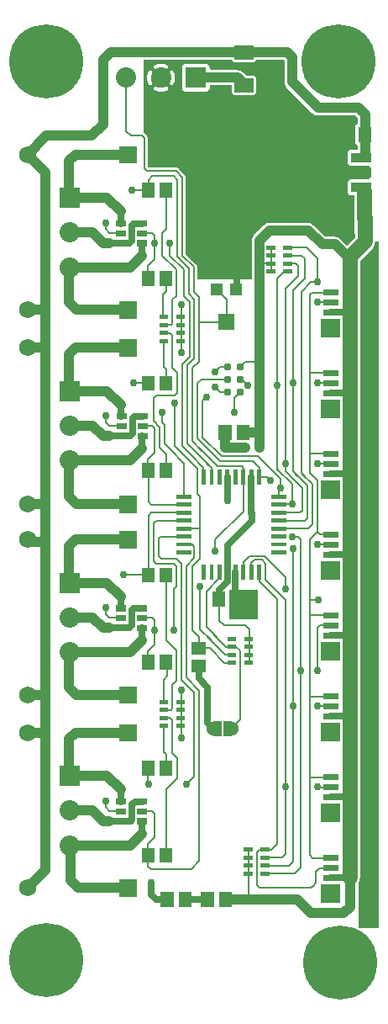
<source format=gbr>
G04 start of page 2 for group 0 idx 0 *
G04 Title: (unknown), top *
G04 Creator: pcb 4.0.2 *
G04 CreationDate: Thu Feb 20 20:43:15 2020 UTC *
G04 For: ndholmes *
G04 Format: Gerber/RS-274X *
G04 PCB-Dimensions (mil): 1500.00 3900.00 *
G04 PCB-Coordinate-Origin: lower left *
%MOIN*%
%FSLAX25Y25*%
%LNTOP*%
%ADD25C,0.0390*%
%ADD24C,0.0380*%
%ADD23C,0.0472*%
%ADD22C,0.1285*%
%ADD21C,0.0150*%
%ADD20C,0.0300*%
%ADD19C,0.0310*%
%ADD18C,0.0680*%
%ADD17C,0.0800*%
%ADD16C,0.2937*%
%ADD15C,0.0600*%
%ADD14C,0.0080*%
%ADD13C,0.0400*%
%ADD12C,0.0250*%
%ADD11C,0.0001*%
G54D11*G36*
X126000Y111000D02*X133500D01*
Y103500D01*
X126000D01*
Y111000D01*
G37*
G36*
Y79000D02*X133500D01*
Y71500D01*
X126000D01*
Y79000D01*
G37*
G36*
Y47000D02*X133500D01*
Y39500D01*
X126000D01*
Y47000D01*
G37*
G36*
Y207000D02*X133500D01*
Y199500D01*
X126000D01*
Y207000D01*
G37*
G36*
Y175000D02*X133500D01*
Y167500D01*
X126000D01*
Y175000D01*
G37*
G36*
Y143000D02*X133500D01*
Y135500D01*
X126000D01*
Y143000D01*
G37*
G36*
Y239000D02*X133500D01*
Y231500D01*
X126000D01*
Y239000D01*
G37*
G36*
X89500Y163500D02*X101000D01*
Y152000D01*
X89500D01*
Y163500D01*
G37*
G36*
X126000Y271000D02*X133500D01*
Y263500D01*
X126000D01*
Y271000D01*
G37*
G36*
X82000Y326000D02*X72400D01*
Y326945D01*
X72404Y327000D01*
X72387Y327220D01*
X72336Y327434D01*
X72251Y327638D01*
X72136Y327825D01*
X72136Y327826D01*
X71993Y327993D01*
X71951Y328029D01*
X69529Y330451D01*
X69493Y330493D01*
X69326Y330636D01*
X69325Y330636D01*
X69138Y330751D01*
X68934Y330836D01*
X68720Y330887D01*
X68500Y330904D01*
X68445Y330900D01*
X67039D01*
Y363700D01*
X67125Y363736D01*
X67226Y363798D01*
X67316Y363874D01*
X67392Y363964D01*
X67451Y364066D01*
X67669Y364535D01*
X67836Y365024D01*
X67956Y365527D01*
X68029Y366039D01*
X68053Y366555D01*
X68029Y367071D01*
X67956Y367583D01*
X67836Y368086D01*
X67669Y368575D01*
X67457Y369047D01*
X67396Y369148D01*
X67319Y369239D01*
X67228Y369316D01*
X67127Y369378D01*
X67039Y369415D01*
Y373500D01*
X82000D01*
Y369500D01*
X81815D01*
X81813Y370790D01*
X81758Y371020D01*
X81668Y371238D01*
X81544Y371439D01*
X81391Y371619D01*
X81211Y371772D01*
X81010Y371896D01*
X80792Y371986D01*
X80562Y372041D01*
X80327Y372055D01*
X72092Y372041D01*
X71862Y371986D01*
X71644Y371896D01*
X71442Y371772D01*
X71263Y371619D01*
X71110Y371439D01*
X70986Y371238D01*
X70896Y371020D01*
X70841Y370790D01*
X70827Y370555D01*
X70841Y362320D01*
X70896Y362090D01*
X70986Y361872D01*
X71110Y361671D01*
X71263Y361491D01*
X71442Y361338D01*
X71644Y361214D01*
X71862Y361124D01*
X72092Y361069D01*
X72327Y361055D01*
X80562Y361069D01*
X80792Y361124D01*
X81010Y361214D01*
X81211Y361338D01*
X81391Y361491D01*
X81544Y361671D01*
X81668Y361872D01*
X81758Y362090D01*
X81813Y362320D01*
X81827Y362555D01*
X81825Y363500D01*
X82000D01*
Y326000D01*
G37*
G36*
X67039Y330900D02*X62549D01*
Y361049D01*
X63063Y361073D01*
X63575Y361146D01*
X64078Y361266D01*
X64567Y361433D01*
X65039Y361645D01*
X65140Y361706D01*
X65231Y361783D01*
X65308Y361873D01*
X65370Y361975D01*
X65416Y362084D01*
X65444Y362200D01*
X65453Y362318D01*
X65444Y362436D01*
X65417Y362552D01*
X65371Y362662D01*
X65309Y362763D01*
X65232Y362853D01*
X65142Y362931D01*
X65041Y362993D01*
X64931Y363039D01*
X64816Y363066D01*
X64698Y363076D01*
X64579Y363067D01*
X64464Y363039D01*
X64355Y362992D01*
X64015Y362834D01*
X63659Y362713D01*
X63294Y362625D01*
X62922Y362573D01*
X62549Y362555D01*
Y370555D01*
X62922Y370537D01*
X63294Y370485D01*
X63659Y370397D01*
X64015Y370276D01*
X64357Y370122D01*
X64465Y370075D01*
X64580Y370048D01*
X64698Y370038D01*
X64815Y370048D01*
X64930Y370076D01*
X65039Y370121D01*
X65140Y370183D01*
X65229Y370260D01*
X65306Y370350D01*
X65367Y370450D01*
X65412Y370559D01*
X65440Y370674D01*
X65449Y370792D01*
X65439Y370910D01*
X65412Y371024D01*
X65366Y371133D01*
X65304Y371234D01*
X65228Y371324D01*
X65138Y371400D01*
X65036Y371460D01*
X64567Y371677D01*
X64078Y371844D01*
X63575Y371964D01*
X63063Y372037D01*
X62549Y372061D01*
Y373500D01*
X67039D01*
Y369415D01*
X67018Y369424D01*
X66902Y369452D01*
X66784Y369461D01*
X66666Y369452D01*
X66550Y369425D01*
X66440Y369379D01*
X66339Y369317D01*
X66248Y369241D01*
X66171Y369150D01*
X66109Y369049D01*
X66063Y368940D01*
X66035Y368824D01*
X66026Y368706D01*
X66035Y368587D01*
X66063Y368472D01*
X66110Y368363D01*
X66268Y368023D01*
X66389Y367667D01*
X66477Y367302D01*
X66529Y366930D01*
X66547Y366555D01*
X66529Y366180D01*
X66477Y365808D01*
X66389Y365443D01*
X66268Y365087D01*
X66114Y364745D01*
X66067Y364637D01*
X66039Y364522D01*
X66030Y364404D01*
X66040Y364287D01*
X66068Y364172D01*
X66113Y364063D01*
X66175Y363962D01*
X66252Y363873D01*
X66341Y363796D01*
X66442Y363735D01*
X66551Y363690D01*
X66666Y363662D01*
X66784Y363653D01*
X66902Y363663D01*
X67016Y363690D01*
X67039Y363700D01*
Y330900D01*
G37*
G36*
X62549D02*X58054D01*
Y363695D01*
X58076Y363686D01*
X58192Y363658D01*
X58310Y363649D01*
X58428Y363658D01*
X58544Y363685D01*
X58654Y363731D01*
X58755Y363793D01*
X58845Y363869D01*
X58923Y363960D01*
X58985Y364061D01*
X59030Y364170D01*
X59058Y364286D01*
X59068Y364404D01*
X59059Y364523D01*
X59031Y364638D01*
X58984Y364747D01*
X58826Y365087D01*
X58705Y365443D01*
X58617Y365808D01*
X58565Y366180D01*
X58547Y366555D01*
X58565Y366930D01*
X58617Y367302D01*
X58705Y367667D01*
X58826Y368023D01*
X58980Y368365D01*
X59027Y368473D01*
X59054Y368588D01*
X59063Y368706D01*
X59054Y368823D01*
X59026Y368938D01*
X58981Y369047D01*
X58919Y369148D01*
X58842Y369237D01*
X58752Y369314D01*
X58652Y369375D01*
X58542Y369420D01*
X58428Y369448D01*
X58310Y369457D01*
X58192Y369447D01*
X58077Y369420D01*
X58054Y369410D01*
Y373500D01*
X62549D01*
Y372061D01*
X62547Y372061D01*
X62031Y372037D01*
X61519Y371964D01*
X61016Y371844D01*
X60527Y371677D01*
X60055Y371465D01*
X59954Y371404D01*
X59863Y371327D01*
X59786Y371237D01*
X59724Y371135D01*
X59678Y371026D01*
X59650Y370910D01*
X59641Y370792D01*
X59650Y370674D01*
X59677Y370558D01*
X59723Y370448D01*
X59784Y370347D01*
X59861Y370257D01*
X59952Y370179D01*
X60053Y370117D01*
X60162Y370071D01*
X60278Y370044D01*
X60396Y370034D01*
X60514Y370043D01*
X60630Y370071D01*
X60739Y370118D01*
X61079Y370276D01*
X61435Y370397D01*
X61800Y370485D01*
X62172Y370537D01*
X62547Y370555D01*
X62549Y370555D01*
Y362555D01*
X62547Y362555D01*
X62172Y362573D01*
X61800Y362625D01*
X61435Y362713D01*
X61079Y362834D01*
X60737Y362988D01*
X60629Y363035D01*
X60514Y363062D01*
X60396Y363072D01*
X60278Y363062D01*
X60164Y363034D01*
X60055Y362989D01*
X59954Y362927D01*
X59865Y362850D01*
X59788Y362760D01*
X59726Y362660D01*
X59681Y362551D01*
X59654Y362436D01*
X59645Y362318D01*
X59654Y362200D01*
X59682Y362086D01*
X59728Y361977D01*
X59789Y361876D01*
X59866Y361786D01*
X59956Y361710D01*
X60058Y361650D01*
X60527Y361433D01*
X61016Y361266D01*
X61519Y361146D01*
X62031Y361073D01*
X62547Y361049D01*
X62549Y361049D01*
Y330900D01*
G37*
G36*
X58054D02*X57580D01*
X57400Y331080D01*
Y342445D01*
X57404Y342500D01*
X57387Y342720D01*
X57336Y342934D01*
X57251Y343138D01*
X57136Y343325D01*
X57136Y343326D01*
X56993Y343493D01*
X56951Y343529D01*
X56029Y344451D01*
X55993Y344493D01*
X55826Y344636D01*
X55825Y344636D01*
X55638Y344751D01*
X55500Y344808D01*
Y373500D01*
X58054D01*
Y369410D01*
X57968Y369374D01*
X57868Y369312D01*
X57778Y369236D01*
X57702Y369146D01*
X57642Y369044D01*
X57425Y368575D01*
X57258Y368086D01*
X57138Y367583D01*
X57065Y367071D01*
X57041Y366555D01*
X57065Y366039D01*
X57138Y365527D01*
X57258Y365024D01*
X57425Y364535D01*
X57637Y364063D01*
X57698Y363962D01*
X57775Y363871D01*
X57865Y363794D01*
X57966Y363732D01*
X58054Y363695D01*
Y330900D01*
G37*
G36*
X147512Y301500D02*X149000D01*
Y29500D01*
X141487D01*
X141000Y29798D01*
Y47556D01*
X141075Y47678D01*
X141316Y48260D01*
X141463Y48872D01*
X141500Y49500D01*
Y293843D01*
X146328Y298672D01*
X146746Y299142D01*
X147075Y299678D01*
X147316Y300260D01*
X147463Y300872D01*
X147512Y301500D01*
G37*
G36*
X85538Y373500D02*X90782D01*
X90796Y373440D01*
X90856Y373295D01*
X90938Y373160D01*
X91041Y373041D01*
X91160Y372938D01*
X91295Y372856D01*
X91440Y372796D01*
X91593Y372759D01*
X91750Y372750D01*
X99407Y372759D01*
X99560Y372796D01*
X99705Y372856D01*
X99840Y372938D01*
X99959Y373041D01*
X100062Y373160D01*
X100144Y373295D01*
X100204Y373440D01*
X100218Y373500D01*
X111257D01*
X111500Y373257D01*
Y365118D01*
X111491Y365000D01*
X111528Y364529D01*
Y364529D01*
X111549Y364440D01*
X111638Y364070D01*
X111819Y363634D01*
X112065Y363231D01*
X112065Y363231D01*
X112372Y362872D01*
X112462Y362796D01*
X122796Y352462D01*
X122872Y352372D01*
X123231Y352065D01*
X123231Y352065D01*
X123634Y351819D01*
X124070Y351638D01*
X124440Y351549D01*
X124529Y351528D01*
X124529D01*
X125000Y351491D01*
X125118Y351500D01*
X139757D01*
X140500Y350757D01*
Y348267D01*
X140346Y348203D01*
X140159Y348088D01*
X139991Y347945D01*
X139848Y347777D01*
X139733Y347590D01*
X139648Y347386D01*
X139597Y347172D01*
X139584Y346952D01*
X139597Y340828D01*
X139648Y340614D01*
X139733Y340410D01*
X139848Y340223D01*
X139991Y340055D01*
X140159Y339912D01*
X140346Y339797D01*
X140543Y339715D01*
Y338088D01*
X137796Y338084D01*
X137597Y338036D01*
X137408Y337958D01*
X137234Y337851D01*
X137078Y337718D01*
X136945Y337562D01*
X136838Y337388D01*
X136760Y337199D01*
X136712Y337000D01*
X136700Y336796D01*
X136712Y332812D01*
X136760Y332613D01*
X136838Y332424D01*
X136945Y332250D01*
X137078Y332094D01*
X137234Y331961D01*
X137408Y331854D01*
X137597Y331776D01*
X137796Y331728D01*
X138000Y331716D01*
X145256Y331727D01*
Y326283D01*
X137796Y326272D01*
X137597Y326224D01*
X137408Y326146D01*
X137234Y326039D01*
X137078Y325906D01*
X136945Y325750D01*
X136838Y325576D01*
X136760Y325387D01*
X136712Y325188D01*
X136700Y324984D01*
X136712Y321000D01*
X136760Y320801D01*
X136838Y320612D01*
X136945Y320438D01*
X137078Y320282D01*
X137234Y320149D01*
X137408Y320042D01*
X137597Y319964D01*
X137796Y319916D01*
X138000Y319904D01*
X139405Y319906D01*
Y316238D01*
X139360Y316049D01*
X139346Y315814D01*
X139360Y304951D01*
X139415Y304721D01*
X139500Y304516D01*
Y303157D01*
X136293Y299950D01*
X133704Y302538D01*
X133628Y302628D01*
X133269Y302935D01*
X132866Y303181D01*
X132430Y303362D01*
X131971Y303472D01*
X131500Y303509D01*
X131382Y303500D01*
X127743D01*
X123204Y308038D01*
X123128Y308128D01*
X122769Y308435D01*
X122366Y308681D01*
X121930Y308862D01*
X121471Y308972D01*
X121000Y309009D01*
X120882Y309000D01*
X105618D01*
X105500Y309009D01*
X105029Y308972D01*
X104570Y308862D01*
X104134Y308681D01*
X103731Y308435D01*
X103731Y308434D01*
X103372Y308128D01*
X103296Y308038D01*
X99462Y304204D01*
X99372Y304128D01*
X99065Y303769D01*
X98819Y303366D01*
X98638Y302930D01*
X98528Y302471D01*
X98528Y302471D01*
X98491Y302000D01*
X98500Y301882D01*
Y286524D01*
X85538D01*
Y363500D01*
X90755D01*
X90759Y360593D01*
X90796Y360440D01*
X90856Y360295D01*
X90938Y360160D01*
X91041Y360041D01*
X91160Y359938D01*
X91295Y359856D01*
X91440Y359796D01*
X91593Y359759D01*
X91750Y359750D01*
X99407Y359759D01*
X99560Y359796D01*
X99705Y359856D01*
X99840Y359938D01*
X99959Y360041D01*
X100062Y360160D01*
X100144Y360295D01*
X100204Y360440D01*
X100241Y360593D01*
X100250Y360750D01*
X100241Y366407D01*
X100204Y366560D01*
X100144Y366705D01*
X100062Y366840D01*
X99959Y366959D01*
X99840Y367062D01*
X99705Y367144D01*
X99560Y367204D01*
X99407Y367241D01*
X99250Y367250D01*
X96496Y367247D01*
X95204Y368538D01*
X95128Y368628D01*
X94769Y368935D01*
X94366Y369181D01*
X93930Y369362D01*
X93471Y369472D01*
X93000Y369509D01*
X92882Y369500D01*
X85538D01*
Y373500D01*
G37*
G36*
X69326Y330636D02*X69325Y330636D01*
X69138Y330751D01*
X68934Y330836D01*
X68720Y330887D01*
X68500Y330904D01*
X68445Y330900D01*
X67039D01*
Y363700D01*
X67125Y363736D01*
X67226Y363798D01*
X67316Y363874D01*
X67392Y363964D01*
X67451Y364066D01*
X67669Y364535D01*
X67836Y365024D01*
X67956Y365527D01*
X68029Y366039D01*
X68053Y366555D01*
X68029Y367071D01*
X67956Y367583D01*
X67836Y368086D01*
X67669Y368575D01*
X67457Y369047D01*
X67396Y369148D01*
X67319Y369239D01*
X67228Y369316D01*
X67127Y369378D01*
X67039Y369415D01*
Y373500D01*
X85538D01*
Y369500D01*
X81815D01*
X81813Y370790D01*
X81758Y371020D01*
X81668Y371238D01*
X81544Y371439D01*
X81391Y371619D01*
X81211Y371772D01*
X81010Y371896D01*
X80792Y371986D01*
X80562Y372041D01*
X80327Y372055D01*
X72092Y372041D01*
X71862Y371986D01*
X71644Y371896D01*
X71442Y371772D01*
X71263Y371619D01*
X71110Y371439D01*
X70986Y371238D01*
X70896Y371020D01*
X70841Y370790D01*
X70827Y370555D01*
X70841Y362320D01*
X70896Y362090D01*
X70986Y361872D01*
X71110Y361671D01*
X71263Y361491D01*
X71442Y361338D01*
X71644Y361214D01*
X71862Y361124D01*
X72092Y361069D01*
X72327Y361055D01*
X80562Y361069D01*
X80792Y361124D01*
X81010Y361214D01*
X81211Y361338D01*
X81391Y361491D01*
X81544Y361671D01*
X81668Y361872D01*
X81758Y362090D01*
X81813Y362320D01*
X81827Y362555D01*
X81825Y363500D01*
X85538D01*
Y286524D01*
X76900D01*
Y291445D01*
X76904Y291500D01*
X76887Y291720D01*
X76836Y291934D01*
X76751Y292138D01*
X76636Y292325D01*
X76636Y292326D01*
X76493Y292493D01*
X76451Y292529D01*
X72400Y296580D01*
Y326945D01*
X72404Y327000D01*
X72387Y327220D01*
X72336Y327434D01*
X72251Y327638D01*
X72136Y327825D01*
X72136Y327826D01*
X71993Y327993D01*
X71951Y328029D01*
X69529Y330451D01*
X69493Y330493D01*
X69326Y330636D01*
G37*
G36*
X67039Y330900D02*X62549D01*
Y361049D01*
X63063Y361073D01*
X63575Y361146D01*
X64078Y361266D01*
X64567Y361433D01*
X65039Y361645D01*
X65140Y361706D01*
X65231Y361783D01*
X65308Y361873D01*
X65370Y361975D01*
X65416Y362084D01*
X65444Y362200D01*
X65453Y362318D01*
X65444Y362436D01*
X65417Y362552D01*
X65371Y362662D01*
X65309Y362763D01*
X65232Y362853D01*
X65142Y362931D01*
X65041Y362993D01*
X64931Y363039D01*
X64816Y363066D01*
X64698Y363076D01*
X64579Y363067D01*
X64464Y363039D01*
X64355Y362992D01*
X64015Y362834D01*
X63659Y362713D01*
X63294Y362625D01*
X62922Y362573D01*
X62549Y362555D01*
Y370555D01*
X62922Y370537D01*
X63294Y370485D01*
X63659Y370397D01*
X64015Y370276D01*
X64357Y370122D01*
X64465Y370075D01*
X64580Y370048D01*
X64698Y370038D01*
X64815Y370048D01*
X64930Y370076D01*
X65039Y370121D01*
X65140Y370183D01*
X65229Y370260D01*
X65306Y370350D01*
X65367Y370450D01*
X65412Y370559D01*
X65440Y370674D01*
X65449Y370792D01*
X65439Y370910D01*
X65412Y371024D01*
X65366Y371133D01*
X65304Y371234D01*
X65228Y371324D01*
X65138Y371400D01*
X65036Y371460D01*
X64567Y371677D01*
X64078Y371844D01*
X63575Y371964D01*
X63063Y372037D01*
X62549Y372061D01*
Y373500D01*
X67039D01*
Y369415D01*
X67018Y369424D01*
X66902Y369452D01*
X66784Y369461D01*
X66666Y369452D01*
X66550Y369425D01*
X66440Y369379D01*
X66339Y369317D01*
X66248Y369241D01*
X66171Y369150D01*
X66109Y369049D01*
X66063Y368940D01*
X66035Y368824D01*
X66026Y368706D01*
X66035Y368587D01*
X66063Y368472D01*
X66110Y368363D01*
X66268Y368023D01*
X66389Y367667D01*
X66477Y367302D01*
X66529Y366930D01*
X66547Y366555D01*
X66529Y366180D01*
X66477Y365808D01*
X66389Y365443D01*
X66268Y365087D01*
X66114Y364745D01*
X66067Y364637D01*
X66039Y364522D01*
X66030Y364404D01*
X66040Y364287D01*
X66068Y364172D01*
X66113Y364063D01*
X66175Y363962D01*
X66252Y363873D01*
X66341Y363796D01*
X66442Y363735D01*
X66551Y363690D01*
X66666Y363662D01*
X66784Y363653D01*
X66902Y363663D01*
X67016Y363690D01*
X67039Y363700D01*
Y330900D01*
G37*
G36*
X62549D02*X58054D01*
Y363695D01*
X58076Y363686D01*
X58192Y363658D01*
X58310Y363649D01*
X58428Y363658D01*
X58544Y363685D01*
X58654Y363731D01*
X58755Y363793D01*
X58845Y363869D01*
X58923Y363960D01*
X58985Y364061D01*
X59030Y364170D01*
X59058Y364286D01*
X59068Y364404D01*
X59059Y364523D01*
X59031Y364638D01*
X58984Y364747D01*
X58826Y365087D01*
X58705Y365443D01*
X58617Y365808D01*
X58565Y366180D01*
X58547Y366555D01*
X58565Y366930D01*
X58617Y367302D01*
X58705Y367667D01*
X58826Y368023D01*
X58980Y368365D01*
X59027Y368473D01*
X59054Y368588D01*
X59063Y368706D01*
X59054Y368823D01*
X59026Y368938D01*
X58981Y369047D01*
X58919Y369148D01*
X58842Y369237D01*
X58752Y369314D01*
X58652Y369375D01*
X58542Y369420D01*
X58428Y369448D01*
X58310Y369457D01*
X58192Y369447D01*
X58077Y369420D01*
X58054Y369410D01*
Y373500D01*
X62549D01*
Y372061D01*
X62547Y372061D01*
X62031Y372037D01*
X61519Y371964D01*
X61016Y371844D01*
X60527Y371677D01*
X60055Y371465D01*
X59954Y371404D01*
X59863Y371327D01*
X59786Y371237D01*
X59724Y371135D01*
X59678Y371026D01*
X59650Y370910D01*
X59641Y370792D01*
X59650Y370674D01*
X59677Y370558D01*
X59723Y370448D01*
X59784Y370347D01*
X59861Y370257D01*
X59952Y370179D01*
X60053Y370117D01*
X60162Y370071D01*
X60278Y370044D01*
X60396Y370034D01*
X60514Y370043D01*
X60630Y370071D01*
X60739Y370118D01*
X61079Y370276D01*
X61435Y370397D01*
X61800Y370485D01*
X62172Y370537D01*
X62547Y370555D01*
X62549Y370555D01*
Y362555D01*
X62547Y362555D01*
X62172Y362573D01*
X61800Y362625D01*
X61435Y362713D01*
X61079Y362834D01*
X60737Y362988D01*
X60629Y363035D01*
X60514Y363062D01*
X60396Y363072D01*
X60278Y363062D01*
X60164Y363034D01*
X60055Y362989D01*
X59954Y362927D01*
X59865Y362850D01*
X59788Y362760D01*
X59726Y362660D01*
X59681Y362551D01*
X59654Y362436D01*
X59645Y362318D01*
X59654Y362200D01*
X59682Y362086D01*
X59728Y361977D01*
X59789Y361876D01*
X59866Y361786D01*
X59956Y361710D01*
X60058Y361650D01*
X60527Y361433D01*
X61016Y361266D01*
X61519Y361146D01*
X62031Y361073D01*
X62547Y361049D01*
X62549Y361049D01*
Y330900D01*
G37*
G36*
X58054D02*X57580D01*
X57400Y331080D01*
Y342445D01*
X57404Y342500D01*
X57387Y342720D01*
X57336Y342934D01*
X57251Y343138D01*
X57136Y343325D01*
X57136Y343326D01*
X56993Y343493D01*
X56951Y343529D01*
X56029Y344451D01*
X55993Y344493D01*
X55826Y344636D01*
X55825Y344636D01*
X55638Y344751D01*
X55500Y344808D01*
Y373500D01*
X58054D01*
Y369410D01*
X57968Y369374D01*
X57868Y369312D01*
X57778Y369236D01*
X57702Y369146D01*
X57642Y369044D01*
X57425Y368575D01*
X57258Y368086D01*
X57138Y367583D01*
X57065Y367071D01*
X57041Y366555D01*
X57065Y366039D01*
X57138Y365527D01*
X57258Y365024D01*
X57425Y364535D01*
X57637Y364063D01*
X57698Y363962D01*
X57775Y363871D01*
X57865Y363794D01*
X57966Y363732D01*
X58054Y363695D01*
Y330900D01*
G37*
G54D12*X46500Y301000D02*X50000D01*
X51000Y302000D01*
X55000Y308800D02*X51800D01*
X51000Y308000D01*
Y302000D01*
X50750Y301750D01*
G54D13*X26173Y305165D02*X35335D01*
X39500Y301000D01*
X38500Y302000D01*
G54D12*X47000Y301000D02*X39500D01*
G54D13*X42000D02*X39500D01*
X49500Y336000D02*X28500D01*
X26000Y333500D01*
Y319000D01*
X25945Y318945D01*
X26173D02*X41055D01*
X46500Y313500D01*
G54D12*X46800Y313200D02*X46500Y313500D01*
G54D13*X9500Y336000D02*X16500Y329000D01*
X35000Y343500D02*X17000D01*
X9500Y336000D01*
G54D14*X56000Y342500D02*Y330500D01*
X57000Y329500D01*
G54D13*X82000Y376500D02*X42500D01*
X39500Y373500D01*
Y348000D01*
X35000Y343500D01*
G54D14*X48768Y366555D02*Y345232D01*
X50500Y343500D01*
X55000D01*
X56000Y342500D01*
G54D13*X112500Y376500D02*X73000D01*
X76500Y366500D02*X93000D01*
X96000Y363500D01*
X76382Y366500D02*X76327Y366555D01*
X76441Y366441D02*X76559D01*
G54D14*X68500Y329500D02*X71000Y327000D01*
G54D13*X50386Y291386D02*X55000Y296000D01*
G54D12*Y301000D02*Y296000D01*
G54D14*X57457Y287893D02*Y291957D01*
X60000Y294500D01*
Y304000D01*
X59000Y305000D01*
X55200D01*
X64500Y282000D02*Y286957D01*
X64543Y287000D01*
X63000Y296000D02*Y299500D01*
X63152Y271724D02*Y280652D01*
X67000Y278500D02*Y269000D01*
X66500Y268500D01*
X63727D01*
X63152Y280652D02*X64500Y282000D01*
X68500Y280000D02*X67000Y278500D01*
X71500Y282500D02*Y280000D01*
X68500Y290500D02*X63000Y296000D01*
X69000Y295500D02*X73500Y291000D01*
X71000Y296000D02*X75500Y291500D01*
X71500Y287500D02*Y281500D01*
X66000Y301000D02*Y296000D01*
X71500Y290500D01*
X73500Y291000D02*Y281000D01*
X75500Y291500D02*Y281500D01*
G54D13*X101500Y282500D02*Y302000D01*
G54D14*X106152Y289776D02*Y299224D01*
Y293000D02*X101500D01*
X111276Y289776D02*X108500Y287000D01*
Y284500D01*
X112848Y289776D02*X111276D01*
G54D13*X101500Y302000D02*X105500Y306000D01*
X111000D01*
G54D14*X101848Y300348D02*X101500Y300000D01*
X57000Y329500D02*X68500D01*
X59000Y327500D02*X67500D01*
X69000Y326000D01*
X64500Y322000D02*Y313500D01*
X69000Y326000D02*Y295500D01*
X63000Y305000D02*Y297500D01*
X64500Y316500D02*Y306500D01*
X63000Y305000D01*
X71000Y327000D02*Y296000D01*
X71500Y280000D02*X74000Y277500D01*
X73500Y281000D02*X75750Y278750D01*
X75500Y281500D02*X77500Y279500D01*
X88500Y269750D02*Y278650D01*
X84600Y282550D01*
X88500Y269500D02*X77500D01*
X77500D01*
G54D12*X46500Y148500D02*X50000D01*
X47000D02*X39500D01*
G54D13*X26173Y152665D02*X35335D01*
X39500Y148500D01*
X42000D02*X39500D01*
G54D14*X40500Y156500D02*Y154000D01*
X42000Y152500D01*
X47000D01*
G54D13*X50386Y138886D02*X55000Y143500D01*
G54D14*X47500Y169500D02*X57414D01*
G54D12*X55000Y148500D02*Y143500D01*
G54D13*X49000Y122000D02*X29000D01*
X26000Y125000D01*
Y138886D01*
X26173D02*X50386D01*
G54D14*X64500Y169500D02*Y143500D01*
X67500Y147500D02*Y164000D01*
X70500Y174000D02*Y146500D01*
Y147500D02*Y128000D01*
X72500Y129000D02*Y171500D01*
X64500Y143500D02*X68500Y139500D01*
X67500Y164000D02*X68500Y165000D01*
Y173000D01*
X67500Y174000D01*
X60500D01*
X59500Y175000D01*
X61500Y177000D02*X62500Y176000D01*
X68500D01*
X70500Y174000D01*
G54D12*X88925Y171925D02*Y167425D01*
Y170000D02*Y166925D01*
X86000Y164000D01*
X85543Y163543D02*X86750Y164750D01*
X85543Y159957D02*Y163543D01*
G54D14*Y159500D02*Y151457D01*
X87500Y149500D01*
X78000Y165000D02*Y149000D01*
X80500Y151000D02*Y149000D01*
X77543Y144957D02*X75000Y147500D01*
Y151500D01*
X78000Y149500D02*Y148000D01*
X80500Y149000D02*X84500Y145000D01*
X77543Y140500D02*Y144957D01*
X78000Y148000D02*X82500Y143500D01*
X81250Y144750D01*
X82000Y140500D02*X77586D01*
X77543Y140543D01*
X88425Y141075D02*X83750Y145750D01*
X88075Y137925D02*X81000Y145000D01*
X87724Y134776D02*X82000Y140500D01*
G54D12*X50000Y148500D02*X51000Y149500D01*
X55000Y156300D02*X51800D01*
X51000Y155500D01*
G54D13*X41055Y166445D02*X46500Y161000D01*
G54D12*X46800Y156300D02*Y160700D01*
X51000Y155500D02*Y149500D01*
G54D14*X57457Y135393D02*Y139457D01*
X60000Y142000D01*
Y151500D01*
X59000Y152500D01*
X55200D01*
G54D13*X49000Y197500D02*X29000D01*
X26000Y200500D01*
Y214386D01*
X26173Y214886D02*X50386D01*
G54D14*X57457Y211393D02*Y215457D01*
X58626Y197374D02*X57500Y198500D01*
Y211957D01*
X57457Y212000D01*
X58724Y194224D02*X57500Y193000D01*
G54D13*X16500Y329000D02*Y52500D01*
X9500Y45500D01*
X16500Y122000D02*X9500D01*
Y107000D02*X16500D01*
X9500Y197500D02*X16500D01*
X9500Y182500D02*X16500D01*
G54D14*X57457Y62957D02*X60000Y65500D01*
Y75000D01*
X59000Y76000D01*
X55200D01*
X57500Y322000D02*Y326000D01*
X59000Y327500D01*
G54D13*X49500Y183500D02*X28500D01*
X26000Y181000D01*
Y166500D01*
X26173Y166445D02*X41055D01*
G54D14*X57500Y193000D02*Y169586D01*
X57414Y169500D01*
X59500Y175000D02*Y190000D01*
X121500Y171500D02*Y65000D01*
Y58500D02*Y69500D01*
X108500Y151500D02*Y69500D01*
X112000Y152500D02*Y68000D01*
X115000Y152000D02*Y65500D01*
X118000Y173500D02*Y64500D01*
X124500Y148500D02*Y131500D01*
X87500Y149500D02*X96000D01*
X94000Y139500D02*Y112200D01*
X90300Y108500D01*
X96000Y149500D02*X97500Y148000D01*
Y134928D01*
X97348Y134776D01*
X92425Y141075D02*X94000Y139500D01*
X90425Y141000D02*X90500Y141075D01*
X92425D02*X88425D01*
X90652Y137925D02*X88075D01*
X90652Y134776D02*X87724D01*
G54D15*X137500Y289500D02*Y49500D01*
G54D14*X124500Y277500D02*X129969D01*
X117000Y292000D02*Y288000D01*
X115500Y286500D01*
X118224Y281724D02*X122000Y285500D01*
X124500D01*
X129969Y149500D02*X125500D01*
X124500Y148500D01*
X125000Y159500D02*X121500D01*
X114500Y184500D02*X117000D01*
X118000Y183500D01*
X118224Y209851D02*Y281724D01*
X108500Y211500D02*X110000Y210000D01*
X108500Y211500D02*Y286000D01*
X112000Y210500D02*X113250Y209250D01*
X112000Y210500D02*Y283000D01*
X114925Y215425D02*Y282425D01*
X112000Y283000D02*X116000Y287000D01*
X114925Y282425D02*X119500Y287000D01*
X112848Y299224D02*X120276D01*
X112848Y292925D02*X116075D01*
X117000Y292000D01*
X112848Y296075D02*X118425D01*
X119500Y295000D01*
X120276Y299224D02*X124500Y295000D01*
Y285500D01*
X119500Y287000D02*Y295000D01*
X61500Y184000D02*Y177000D01*
G54D12*X88925Y170721D02*Y181425D01*
X98500Y191000D01*
X92075Y170721D02*Y160075D01*
G54D14*X71000Y253000D02*Y220500D01*
X74000Y277500D02*Y256000D01*
X71000Y253000D01*
X73000Y252500D02*Y221500D01*
X75000Y251500D02*Y222500D01*
X75750Y278750D02*Y255250D01*
X73000Y252500D01*
X77500Y254000D02*X75000Y251500D01*
X77500Y279500D02*Y254000D01*
X77000Y223500D02*Y245500D01*
X78500Y247000D01*
X82500Y212000D02*X73000Y221500D01*
X75000Y222500D02*X78750Y218750D01*
X77000Y223500D02*X80250Y220250D01*
X86500Y216500D02*X79000Y224000D01*
X68000Y220500D02*X77000Y211500D01*
X63000Y230000D02*X64000Y229000D01*
Y221500D01*
X67500Y218000D01*
X68000Y237500D02*Y220500D01*
X71000D02*X75000Y216500D01*
X77000Y211500D02*Y201500D01*
X78000Y200500D01*
X71721Y208500D02*Y213779D01*
X66000Y219500D01*
X79000Y224000D02*Y238500D01*
X80500Y240000D01*
G54D12*X98374Y208279D02*Y194126D01*
X98500Y194000D01*
Y191000D02*Y194000D01*
G54D14*X89500Y216500D02*X86500D01*
G54D13*X94543Y226000D02*X101000D01*
X87957D02*Y220043D01*
X88000Y220000D02*X96000D01*
G54D14*X91500Y239500D02*X94000Y242000D01*
X91500Y234000D02*Y239500D01*
X89000Y242000D02*X86000D01*
X84000Y244000D01*
X89000Y252000D02*X86000D01*
X84000Y250000D01*
X94000Y252000D02*X96000Y254000D01*
X101500D01*
X94000Y247000D02*X94500D01*
X97000Y244500D01*
X78500Y247000D02*X89000D01*
G54D13*X26173Y228665D02*X35335D01*
X9500Y259500D02*X16500D01*
X35335Y228665D02*X39500Y224500D01*
G54D12*X47000D02*X39500D01*
G54D13*X42000D02*X39500D01*
X49500Y259500D02*X28500D01*
X26000Y257000D01*
Y242500D01*
X26173Y242445D02*X41055D01*
X46500Y237000D01*
G54D12*X46800Y232300D02*Y236700D01*
G54D13*X49000Y274500D02*X29000D01*
X26000Y277500D01*
Y291386D01*
X26173D02*X50386D01*
X9500Y274500D02*X16500D01*
G54D12*X46700Y224600D02*X50200D01*
X51200Y225600D01*
Y231600D02*Y225600D01*
G54D14*X59000Y228500D02*X55200D01*
X51500Y245500D02*X57457D01*
G54D13*X50386Y214886D02*X55000Y219500D01*
G54D12*Y224500D02*Y219500D01*
G54D14*X51000Y322000D02*X57414D01*
X57457Y215457D02*X60000Y218000D01*
Y227500D01*
X59000Y228500D01*
G54D12*X55200Y232400D02*X52000D01*
X51200Y231600D01*
G54D14*X40500Y232500D02*Y231500D01*
Y232500D02*Y230000D01*
X42000Y228500D01*
X47000D01*
X40500Y309000D02*Y306500D01*
X42000Y305000D01*
X47000D01*
G54D12*X46800Y308800D02*Y313200D01*
X136469Y209531D02*X136500Y209500D01*
X130000Y241531D02*X136469D01*
X130000Y273531D02*X136469D01*
X136500Y273500D01*
G54D14*X129969Y277500D02*X130000Y277469D01*
X129969Y245500D02*X130000Y245469D01*
X129906Y249500D02*X130000Y249406D01*
G54D12*X136469Y241531D02*X136500Y241500D01*
G54D14*X124500Y245500D02*X129969D01*
X121500Y249500D02*X129906D01*
X121500Y217500D02*X129906D01*
X130000Y217406D01*
X121500Y217500D02*Y210000D01*
Y280500D02*Y216500D01*
G54D13*X143543Y344000D02*Y335043D01*
X143500Y335000D01*
Y343000D02*Y352000D01*
X141000Y354500D01*
X125000D01*
X114500Y365000D01*
Y374500D01*
X112500Y376500D01*
G54D14*X129906Y281500D02*X130000Y281406D01*
X122406D01*
X121500Y280500D01*
G54D13*X143500Y310405D02*X143405Y310500D01*
G54D15*Y321626D01*
X137500Y288000D02*Y295500D01*
X143500Y301500D01*
Y302000D02*Y310905D01*
G54D13*X108000Y306000D02*X121000D01*
X126500Y300500D01*
X131500D01*
X137500Y294500D01*
G54D12*X130000Y145531D02*X136469D01*
X136500Y145500D01*
X130000Y177531D02*X136469D01*
X136500Y177500D01*
G54D14*X129906Y153500D02*X130000Y153406D01*
X129969Y149500D02*X130000Y149469D01*
X129969Y181500D02*X130000Y181469D01*
X121500Y153500D02*X129906D01*
X115000Y180000D02*Y151500D01*
X108500Y160000D02*Y149500D01*
X112000Y159500D02*Y151500D01*
Y164000D02*Y168500D01*
G54D12*X130000Y209531D02*X136469D01*
G54D14*X124500Y213500D02*X129969D01*
X130000Y213469D01*
X118224Y209851D02*X119575Y208500D01*
X121500Y210000D02*X124500Y207000D01*
X122500Y205000D02*Y205575D01*
X118787Y209287D01*
X115000Y210500D02*X120500Y205000D01*
X111925Y210575D02*X118500Y204000D01*
X116000Y206500D01*
X114925Y216075D02*Y210575D01*
X116750Y208750D01*
X124500Y181500D02*X129969D01*
X125500Y185500D02*X129906D01*
X130000Y185406D01*
X124500Y186500D02*X121500Y183500D01*
Y170500D01*
X124500Y186500D02*X125500Y185500D01*
X118000Y183500D02*Y171000D01*
X101524Y170721D02*Y166976D01*
X108500Y160000D01*
X98374Y170721D02*Y174374D01*
X104000Y174000D02*Y167500D01*
X112000Y168500D02*X106500Y174000D01*
X98374Y174374D02*X99500Y175500D01*
X102500D02*X104000Y174000D01*
Y167500D02*X112000Y159500D01*
X97500Y177000D02*X103500D01*
X107000Y173500D01*
X114374Y197374D02*X114500Y197500D01*
X109405D01*
X114500Y201500D02*Y197500D01*
X124500Y207000D02*Y199000D01*
X122500Y189500D02*Y205575D01*
X120500Y205000D02*Y192000D01*
X118500Y195000D02*Y204000D01*
X109279Y187925D02*X120925D01*
X122500Y189500D01*
X120500Y192000D02*X119500Y191000D01*
X109354D01*
X109279Y194225D02*X117725D01*
X118500Y195000D01*
X124500Y199500D02*Y186500D01*
X109405Y197500D02*X109279Y197374D01*
X114500Y205500D02*Y200500D01*
X109279Y200524D02*Y203279D01*
X110000Y204000D01*
X108776Y211224D02*X114500Y205500D01*
X110000Y204000D02*Y207500D01*
X106500Y211000D01*
X101523Y208279D02*X104721D01*
X106000Y207000D01*
X105500Y212000D02*X107250Y210250D01*
X101523Y208279D02*Y211977D01*
X101000Y216500D02*X107000Y210500D01*
X101500Y208302D02*X101523Y208279D01*
X95224D02*Y211776D01*
X94500Y212500D01*
X101523Y211977D02*X99000Y214500D01*
X96000D01*
X63652Y265425D02*X66075D01*
X84550Y282500D02*X84600Y282550D01*
X70500Y276500D02*Y257500D01*
X71500Y290500D02*Y287000D01*
X68500Y280000D02*Y290500D01*
G54D13*X101500Y293500D02*Y222000D01*
Y228000D02*Y220000D01*
G54D12*X92500Y288500D02*Y282648D01*
X92402Y282550D01*
G54D14*X64500Y211043D02*X64543Y211000D01*
X94500Y212500D02*X85000D01*
X83000Y214500D01*
X82626Y211874D02*X80750Y213750D01*
X64543Y211000D02*Y217457D01*
G54D12*X88925Y208279D02*Y199075D01*
X89000Y199000D01*
G54D14*X95224Y208776D02*Y194724D01*
X75000Y216500D02*X73500Y218000D01*
X64543Y217457D02*X62000Y220000D01*
X77000Y217500D02*X75500Y219000D01*
X79000Y218500D02*X77500Y220000D01*
X79476Y212024D02*X74250Y217250D01*
X78500Y219000D02*X84000Y213500D01*
X82626Y208279D02*Y211874D01*
X79476Y208279D02*Y212024D01*
X79500Y221000D02*X86000Y214500D01*
X98500D01*
X88000Y216500D02*X101000D01*
X71646Y191000D02*X71721Y191075D01*
X59500Y190000D02*X60500Y191000D01*
X71354D01*
X71500Y190854D01*
X71721Y184775D02*X62275D01*
X61500Y184000D01*
X71721Y181626D02*X74874D01*
X75750Y180750D01*
Y176250D01*
X84000Y183500D02*Y179000D01*
X75750Y176250D02*X72500Y173000D01*
Y170500D01*
X75000Y150000D02*Y173000D01*
X80500Y163000D02*Y150000D01*
X75000Y173000D02*X78000Y176000D01*
X85776Y170721D02*Y168276D01*
X80500Y163000D01*
X78000Y176000D02*Y200500D01*
X71721Y187925D02*X77925D01*
X78000Y188000D01*
X71721Y197374D02*X58626D01*
X71721Y194224D02*X58724D01*
X71721Y200523D02*Y211779D01*
X95224Y194724D02*X84000Y183500D01*
X99500Y175500D02*X102500D01*
X95225Y170721D02*Y174725D01*
X97500Y177000D01*
X63652Y262276D02*Y251848D01*
X64500Y251000D01*
Y245543D01*
X64543Y245500D01*
X59500Y239500D02*X60500Y240500D01*
X68000D01*
X66075Y265425D02*X67000Y264500D01*
Y251500D01*
X69000Y249500D01*
Y241500D01*
X68000Y240500D02*X69000Y241500D01*
Y243500D01*
X62000Y220000D02*Y228000D01*
X59500Y230500D01*
Y239500D01*
X63000Y234000D02*Y230000D01*
G54D13*X49500Y45500D02*X29500D01*
X26500Y48500D01*
Y62386D01*
G54D14*X57457Y62957D02*Y54043D01*
X58500Y53000D01*
X64500Y84500D02*Y58543D01*
G54D13*X26173Y76165D02*X35335D01*
X39500Y72000D01*
X26173Y89945D02*X41055D01*
G54D14*X40500Y80000D02*Y77500D01*
X42000Y76000D01*
G54D13*X41055Y89945D02*X46500Y84500D01*
G54D12*X46800Y79800D02*Y84200D01*
G54D13*X42000Y72000D02*X39500D01*
X26173Y62386D02*X50386D01*
X55000Y67000D01*
G54D12*Y72000D02*Y67000D01*
Y79800D02*X52300D01*
X51000Y78500D01*
Y72500D01*
X50500Y72000D01*
X42000D01*
G54D14*Y76000D02*X47000D01*
X74500Y53000D02*X77750Y56250D01*
G54D12*X72043Y41000D02*X81457D01*
X58500Y47500D02*Y43000D01*
X64957Y41000D02*X60500D01*
X58500Y43000D01*
G54D14*X66500Y116000D02*X63727D01*
X63652Y116075D01*
Y112925D02*X66075D01*
X67000Y112000D01*
G54D12*X130000Y113531D02*X136469D01*
X136500Y113500D01*
G54D14*X124500Y117500D02*X129969D01*
X130000Y117469D01*
Y121406D02*X121594D01*
X121500Y121500D01*
G54D12*X130000Y81531D02*X136469D01*
X136500Y81500D01*
G54D14*X130000Y85469D02*X124531D01*
X124500Y85500D01*
X122594Y57406D02*X121500Y58500D01*
X118000Y53500D02*Y69500D01*
X115000Y56000D02*Y68500D01*
X112000Y59000D02*Y71500D01*
X108500Y63000D02*Y73500D01*
X130000Y89406D02*X121594D01*
X121500Y89500D01*
X130000Y53469D02*X125469D01*
X130000Y57406D02*X122594D01*
X124000Y52000D02*X125469Y53469D01*
G54D13*X137500Y59500D02*Y38000D01*
X135000Y35500D01*
X122000D01*
X117000Y40500D01*
X116500Y41000D02*X119000Y38500D01*
G54D14*X122000Y45500D02*X123250Y46750D01*
X58500Y53000D02*X74500D01*
G54D12*X130000Y49531D02*X136469D01*
X136500Y49500D01*
G54D14*X124000D02*Y52000D01*
X103848Y51276D02*X115776D01*
G54D13*X88543Y41000D02*X116500D01*
G54D14*X89348Y41152D02*X89500Y41000D01*
X97152Y41348D02*X97500Y41000D01*
X100500Y46500D02*X101500Y45500D01*
X122000D01*
X122500Y46000D02*X124000Y47500D01*
Y51000D01*
X115776Y51276D02*X118000Y53500D01*
X113425Y54425D02*X115000Y56000D01*
X103848Y54425D02*X113425D01*
X103848Y57575D02*X110575D01*
X112000Y59000D01*
X103848Y60724D02*X106224D01*
X108500Y63000D01*
X104224Y60724D02*X101724D01*
X100500Y59500D01*
Y46500D01*
X97152Y60724D02*Y41348D01*
G54D13*X49500Y107000D02*X28500D01*
X26000Y104500D01*
Y90000D01*
G54D14*X63652Y109776D02*Y99348D01*
X67000Y112000D02*Y99000D01*
X75500Y123000D02*Y89500D01*
X72500Y86500D01*
X77750Y56250D02*Y123750D01*
X70500Y124000D02*Y105000D01*
X63652Y99348D02*X64500Y98500D01*
X67000Y99000D02*X69000Y97000D01*
Y89000D01*
X64500Y84500D01*
X57457Y92957D02*Y86543D01*
X57500Y86500D01*
X64500Y98500D02*Y93043D01*
X63652Y119224D02*Y128152D01*
X65000Y129500D01*
Y134457D01*
X68500Y139500D02*Y127500D01*
X67000Y126000D01*
Y116500D01*
X66500Y116000D01*
X70500Y128000D02*X75500Y123000D01*
X77750Y123750D02*X72500Y129000D01*
G54D12*X81000Y125000D02*Y111000D01*
X83500Y108500D01*
G54D14*X90000Y108800D02*X90300Y108500D01*
G54D12*X77500Y133457D02*Y128500D01*
X81000Y125000D01*
G54D14*X77695Y140348D02*X77500Y140543D01*
X78457D01*
G54D16*X133000Y373000D03*
X17000D03*
G54D11*G36*
X72327Y370555D02*Y362555D01*
X80327D01*
Y370555D01*
X72327D01*
G37*
G54D17*X62547Y366555D03*
X48768D03*
G54D16*X133500Y16000D03*
X17000Y17000D03*
G54D11*G36*
X46100Y48900D02*Y42100D01*
X52900D01*
Y48900D01*
X46100D01*
G37*
G54D18*X9500Y45500D03*
G54D11*G36*
X22173Y93945D02*Y85945D01*
X30173D01*
Y93945D01*
X22173D01*
G37*
G54D17*X26173Y76165D03*
Y62386D03*
G54D11*G36*
X46100Y339400D02*Y332600D01*
X52900D01*
Y339400D01*
X46100D01*
G37*
G54D18*X9500Y336000D03*
G54D11*G36*
X22173Y322945D02*Y314945D01*
X30173D01*
Y322945D01*
X22173D01*
G37*
G36*
X46100Y277900D02*Y271100D01*
X52900D01*
Y277900D01*
X46100D01*
G37*
G54D18*X9500Y274500D03*
G54D17*X26173Y305165D03*
Y291386D03*
G54D11*G36*
X46100Y262900D02*Y256100D01*
X52900D01*
Y262900D01*
X46100D01*
G37*
G54D18*X9500Y259500D03*
G54D11*G36*
X22173Y246445D02*Y238445D01*
X30173D01*
Y246445D01*
X22173D01*
G37*
G54D17*X26173Y214886D03*
G54D11*G36*
X22173Y170445D02*Y162445D01*
X30173D01*
Y170445D01*
X22173D01*
G37*
G54D17*X26173Y152665D03*
Y138886D03*
Y228665D03*
G54D11*G36*
X46100Y200900D02*Y194100D01*
X52900D01*
Y200900D01*
X46100D01*
G37*
G54D18*X9500Y197500D03*
G54D11*G36*
X46100Y186900D02*Y180100D01*
X52900D01*
Y186900D01*
X46100D01*
G37*
G54D18*X9500Y183500D03*
G54D11*G36*
X46100Y125400D02*Y118600D01*
X52900D01*
Y125400D01*
X46100D01*
G37*
G54D18*X9500Y122000D03*
G54D11*G36*
X46100Y110400D02*Y103600D01*
X52900D01*
Y110400D01*
X46100D01*
G37*
G54D18*X9500Y107000D03*
G54D11*G36*
X126949Y142775D02*Y140413D01*
X133051D01*
Y142775D01*
X126949D01*
G37*
G36*
Y146712D02*Y144350D01*
X133051D01*
Y146712D01*
X126949D01*
G37*
G36*
Y150650D02*Y148288D01*
X133051D01*
Y150650D01*
X126949D01*
G37*
G36*
Y154587D02*Y152225D01*
X133051D01*
Y154587D01*
X126949D01*
G37*
G36*
X141713Y138838D02*Y134114D01*
X148799D01*
Y138838D01*
X141713D01*
G37*
G36*
Y128886D02*Y124162D01*
X148799D01*
Y128886D01*
X141713D01*
G37*
G36*
X126949Y110775D02*Y108413D01*
X133051D01*
Y110775D01*
X126949D01*
G37*
G36*
Y114712D02*Y112350D01*
X133051D01*
Y114712D01*
X126949D01*
G37*
G36*
Y118650D02*Y116288D01*
X133051D01*
Y118650D01*
X126949D01*
G37*
G36*
Y122587D02*Y120225D01*
X133051D01*
Y122587D01*
X126949D01*
G37*
G36*
X141713Y106838D02*Y102114D01*
X148799D01*
Y106838D01*
X141713D01*
G37*
G36*
X68576Y110612D02*Y108940D01*
X72120D01*
Y110612D01*
X68576D01*
G37*
G36*
Y113762D02*Y112088D01*
X72120D01*
Y113762D01*
X68576D01*
G37*
G36*
Y116912D02*Y115238D01*
X72120D01*
Y116912D01*
X68576D01*
G37*
G36*
Y120060D02*Y118388D01*
X72120D01*
Y120060D01*
X68576D01*
G37*
G36*
X95576Y135612D02*Y133940D01*
X99120D01*
Y135612D01*
X95576D01*
G37*
G36*
X88880D02*Y133940D01*
X92424D01*
Y135612D01*
X88880D01*
G37*
G36*
X95576Y138762D02*Y137088D01*
X99120D01*
Y138762D01*
X95576D01*
G37*
G36*
Y141912D02*Y140238D01*
X99120D01*
Y141912D01*
X95576D01*
G37*
G36*
Y145060D02*Y143388D01*
X99120D01*
Y145060D01*
X95576D01*
G37*
G36*
X88880D02*Y143388D01*
X92424D01*
Y145060D01*
X88880D01*
G37*
G36*
Y141912D02*Y140238D01*
X92424D01*
Y141912D01*
X88880D01*
G37*
G36*
Y138762D02*Y137088D01*
X92424D01*
Y138762D01*
X88880D01*
G37*
G54D15*X83500Y108500D03*
G54D11*G36*
X86500Y111500D02*X83500D01*
Y105500D01*
X86500D01*
Y111500D01*
G37*
G54D15*X90300Y108500D03*
G54D11*G36*
Y111500D02*X87300D01*
Y105500D01*
X90300D01*
Y111500D01*
G37*
G36*
X67102Y95909D02*X61984D01*
Y90005D01*
X67102D01*
Y95909D01*
G37*
G36*
X61880Y120060D02*Y118388D01*
X65424D01*
Y120060D01*
X61880D01*
G37*
G36*
Y116912D02*Y115238D01*
X65424D01*
Y116912D01*
X61880D01*
G37*
G36*
Y113762D02*Y112088D01*
X65424D01*
Y113762D01*
X61880D01*
G37*
G36*
Y110612D02*Y108940D01*
X65424D01*
Y110612D01*
X61880D01*
G37*
G36*
X67516Y43952D02*X62398D01*
Y38048D01*
X67516D01*
Y43952D01*
G37*
G36*
X74602D02*X69484D01*
Y38048D01*
X74602D01*
Y43952D01*
G37*
G36*
X67102Y61452D02*X61984D01*
Y55548D01*
X67102D01*
Y61452D01*
G37*
G36*
X60016D02*X54898D01*
Y55548D01*
X60016D01*
Y61452D01*
G37*
G36*
Y95909D02*X54898D01*
Y90005D01*
X60016D01*
Y95909D01*
G37*
G36*
X53000Y73200D02*Y70800D01*
X57000D01*
Y73200D01*
X53000D01*
G37*
G36*
Y77100D02*Y74700D01*
X57000D01*
Y77100D01*
X53000D01*
G37*
G36*
Y81000D02*Y78600D01*
X57000D01*
Y81000D01*
X53000D01*
G37*
G36*
X44800D02*Y78600D01*
X48800D01*
Y81000D01*
X44800D01*
G37*
G36*
Y77100D02*Y74700D01*
X48800D01*
Y77100D01*
X44800D01*
G37*
G36*
Y73200D02*Y70800D01*
X48800D01*
Y73200D01*
X44800D01*
G37*
G36*
X126949Y46775D02*Y44413D01*
X133051D01*
Y46775D01*
X126949D01*
G37*
G36*
X141713Y42838D02*Y38114D01*
X148799D01*
Y42838D01*
X141713D01*
G37*
G36*
X126949Y50712D02*Y48350D01*
X133051D01*
Y50712D01*
X126949D01*
G37*
G36*
Y54650D02*Y52288D01*
X133051D01*
Y54650D01*
X126949D01*
G37*
G36*
Y58587D02*Y56225D01*
X133051D01*
Y58587D01*
X126949D01*
G37*
G36*
X141713Y64886D02*Y60162D01*
X148799D01*
Y64886D01*
X141713D01*
G37*
G36*
X126949Y78775D02*Y76413D01*
X133051D01*
Y78775D01*
X126949D01*
G37*
G36*
X141713Y74838D02*Y70114D01*
X148799D01*
Y74838D01*
X141713D01*
G37*
G36*
X126949Y82712D02*Y80350D01*
X133051D01*
Y82712D01*
X126949D01*
G37*
G36*
Y86650D02*Y84288D01*
X133051D01*
Y86650D01*
X126949D01*
G37*
G36*
Y90587D02*Y88225D01*
X133051D01*
Y90587D01*
X126949D01*
G37*
G36*
X141713Y96886D02*Y92162D01*
X148799D01*
Y96886D01*
X141713D01*
G37*
G36*
X59973Y137952D02*X54855D01*
Y132048D01*
X59973D01*
Y137952D01*
G37*
G36*
Y172452D02*X54855D01*
Y166548D01*
X59973D01*
Y172452D01*
G37*
G36*
X53000Y149700D02*Y147300D01*
X57000D01*
Y149700D01*
X53000D01*
G37*
G36*
Y153600D02*Y151200D01*
X57000D01*
Y153600D01*
X53000D01*
G37*
G36*
Y157500D02*Y155100D01*
X57000D01*
Y157500D01*
X53000D01*
G37*
G36*
X44800D02*Y155100D01*
X48800D01*
Y157500D01*
X44800D01*
G37*
G36*
Y153600D02*Y151200D01*
X48800D01*
Y153600D01*
X44800D01*
G37*
G36*
Y149700D02*Y147300D01*
X48800D01*
Y149700D01*
X44800D01*
G37*
G36*
X74548Y143102D02*Y137984D01*
X80452D01*
Y143102D01*
X74548D01*
G37*
G36*
Y136016D02*Y130898D01*
X80452D01*
Y136016D01*
X74548D01*
G37*
G36*
X67059Y137952D02*X61941D01*
Y132048D01*
X67059D01*
Y137952D01*
G37*
G36*
Y172452D02*X61941D01*
Y166548D01*
X67059D01*
Y172452D01*
G37*
G36*
X88102Y162909D02*X82984D01*
Y157005D01*
X88102D01*
Y162909D01*
G37*
G36*
X95188D02*X90070D01*
Y157005D01*
X95188D01*
Y162909D01*
G37*
G36*
X83516Y43952D02*X78398D01*
Y38048D01*
X83516D01*
Y43952D01*
G37*
G36*
X90602D02*X85484D01*
Y38048D01*
X90602D01*
Y43952D01*
G37*
G36*
X95380Y61560D02*Y59888D01*
X98924D01*
Y61560D01*
X95380D01*
G37*
G36*
Y58412D02*Y56738D01*
X98924D01*
Y58412D01*
X95380D01*
G37*
G36*
Y55262D02*Y53588D01*
X98924D01*
Y55262D01*
X95380D01*
G37*
G36*
Y52112D02*Y50440D01*
X98924D01*
Y52112D01*
X95380D01*
G37*
G36*
X102076D02*Y50440D01*
X105620D01*
Y52112D01*
X102076D01*
G37*
G36*
Y55262D02*Y53588D01*
X105620D01*
Y55262D01*
X102076D01*
G37*
G36*
Y58412D02*Y56738D01*
X105620D01*
Y58412D01*
X102076D01*
G37*
G36*
Y61560D02*Y59888D01*
X105620D01*
Y61560D01*
X102076D01*
G37*
G36*
X67102Y289952D02*X61984D01*
Y284048D01*
X67102D01*
Y289952D01*
G37*
G36*
X60016D02*X54898D01*
Y284048D01*
X60016D01*
Y289952D01*
G37*
G36*
X67059Y324952D02*X61941D01*
Y319048D01*
X67059D01*
Y324952D01*
G37*
G36*
X53000Y302200D02*Y299800D01*
X57000D01*
Y302200D01*
X53000D01*
G37*
G36*
Y306100D02*Y303700D01*
X57000D01*
Y306100D01*
X53000D01*
G37*
G36*
Y310000D02*Y307600D01*
X57000D01*
Y310000D01*
X53000D01*
G37*
G36*
X59973Y324952D02*X54855D01*
Y319048D01*
X59973D01*
Y324952D01*
G37*
G36*
X44800Y310000D02*Y307600D01*
X48800D01*
Y310000D01*
X44800D01*
G37*
G36*
Y306100D02*Y303700D01*
X48800D01*
Y306100D01*
X44800D01*
G37*
G36*
Y302200D02*Y299800D01*
X48800D01*
Y302200D01*
X44800D01*
G37*
G36*
X61880Y269412D02*Y267738D01*
X65424D01*
Y269412D01*
X61880D01*
G37*
G36*
X68576D02*Y267738D01*
X72120D01*
Y269412D01*
X68576D01*
G37*
G36*
X61880Y266262D02*Y264588D01*
X65424D01*
Y266262D01*
X61880D01*
G37*
G36*
Y263112D02*Y261440D01*
X65424D01*
Y263112D01*
X61880D01*
G37*
G36*
X68576D02*Y261440D01*
X72120D01*
Y263112D01*
X68576D01*
G37*
G36*
Y266262D02*Y264588D01*
X72120D01*
Y266262D01*
X68576D01*
G37*
G54D19*X89000Y252000D03*
X94000D03*
X89000Y247000D03*
X94000D03*
X89000Y242000D03*
X94000D03*
G54D11*G36*
X126949Y270775D02*Y268413D01*
X133051D01*
Y270775D01*
X126949D01*
G37*
G36*
Y274712D02*Y272350D01*
X133051D01*
Y274712D01*
X126949D01*
G37*
G36*
Y278650D02*Y276288D01*
X133051D01*
Y278650D01*
X126949D01*
G37*
G36*
Y282587D02*Y280225D01*
X133051D01*
Y282587D01*
X126949D01*
G37*
G36*
Y242712D02*Y240350D01*
X133051D01*
Y242712D01*
X126949D01*
G37*
G36*
Y246650D02*Y244288D01*
X133051D01*
Y246650D01*
X126949D01*
G37*
G36*
Y250587D02*Y248225D01*
X133051D01*
Y250587D01*
X126949D01*
G37*
G36*
X141713Y256886D02*Y252162D01*
X148799D01*
Y256886D01*
X141713D01*
G37*
G36*
X146102Y346952D02*X140984D01*
Y341048D01*
X146102D01*
Y346952D01*
G37*
G36*
X139016D02*X133898D01*
Y341048D01*
X139016D01*
Y346952D01*
G37*
G36*
X138000Y324984D02*Y321204D01*
X145874D01*
Y324984D01*
X138000D01*
G37*
G36*
Y336796D02*Y333016D01*
X145874D01*
Y336796D01*
X138000D01*
G37*
G36*
X134154Y315814D02*X129036D01*
Y305186D01*
X134154D01*
Y315814D01*
G37*
G36*
X130284Y330890D02*Y327110D01*
X145874D01*
Y330890D01*
X130284D01*
G37*
G36*
X123825Y333725D02*Y324275D01*
X135165D01*
Y333725D01*
X123825D01*
G37*
G36*
X138005Y327115D02*X136585Y328535D01*
X133745Y325695D01*
X135165Y324275D01*
X138005Y327115D01*
G37*
G36*
X135165Y333725D02*X133745Y332305D01*
X136585Y329465D01*
X138005Y330885D01*
X135165Y333725D01*
G37*
G36*
X141713Y266838D02*Y262114D01*
X148799D01*
Y266838D01*
X141713D01*
G37*
G36*
Y288886D02*Y284162D01*
X148799D01*
Y288886D01*
X141713D01*
G37*
G36*
X145964Y315814D02*X140846D01*
Y305186D01*
X145964D01*
Y315814D01*
G37*
G36*
X61880Y272560D02*Y270888D01*
X65424D01*
Y272560D01*
X61880D01*
G37*
G36*
X68576D02*Y270888D01*
X72120D01*
Y272560D01*
X68576D01*
G37*
G36*
X104380Y300060D02*Y298388D01*
X107923D01*
Y300060D01*
X104380D01*
G37*
G36*
Y296912D02*Y295238D01*
X107923D01*
Y296912D01*
X104380D01*
G37*
G36*
X91750Y366250D02*Y360750D01*
X99250D01*
Y366250D01*
X91750D01*
G37*
G36*
Y379250D02*Y373750D01*
X99250D01*
Y379250D01*
X91750D01*
G37*
G36*
X104380Y293762D02*Y292088D01*
X107923D01*
Y293762D01*
X104380D01*
G37*
G36*
Y290612D02*Y288940D01*
X107923D01*
Y290612D01*
X104380D01*
G37*
G36*
X111077D02*Y288940D01*
X114620D01*
Y290612D01*
X111077D01*
G37*
G36*
Y293762D02*Y292088D01*
X114620D01*
Y293762D01*
X111077D01*
G37*
G36*
Y296912D02*Y295238D01*
X114620D01*
Y296912D01*
X111077D01*
G37*
G36*
Y300060D02*Y298388D01*
X114620D01*
Y300060D01*
X111077D01*
G37*
G36*
X90051Y284900D02*Y280200D01*
X94752D01*
Y284900D01*
X90051D01*
G37*
G36*
X82250D02*Y280200D01*
X86951D01*
Y284900D01*
X82250D01*
G37*
G36*
X85350Y272900D02*Y266600D01*
X91651D01*
Y272900D01*
X85350D01*
G37*
G36*
X67102Y248452D02*X61984D01*
Y242548D01*
X67102D01*
Y248452D01*
G37*
G36*
X60016D02*X54898D01*
Y242548D01*
X60016D01*
Y248452D01*
G37*
G36*
X53200Y225800D02*Y223400D01*
X57200D01*
Y225800D01*
X53200D01*
G37*
G36*
Y229700D02*Y227300D01*
X57200D01*
Y229700D01*
X53200D01*
G37*
G36*
Y233600D02*Y231200D01*
X57200D01*
Y233600D01*
X53200D01*
G37*
G36*
X45000D02*Y231200D01*
X49000D01*
Y233600D01*
X45000D01*
G37*
G36*
Y229700D02*Y227300D01*
X49000D01*
Y229700D01*
X45000D01*
G37*
G36*
Y225800D02*Y223400D01*
X49000D01*
Y225800D01*
X45000D01*
G37*
G36*
X67102Y213952D02*X61984D01*
Y208048D01*
X67102D01*
Y213952D01*
G37*
G36*
X60016D02*X54898D01*
Y208048D01*
X60016D01*
Y213952D01*
G37*
G36*
X97602Y228952D02*X92484D01*
Y223048D01*
X97602D01*
Y228952D01*
G37*
G36*
X90516D02*X85398D01*
Y223048D01*
X90516D01*
Y228952D01*
G37*
G36*
X89712Y211279D02*X88138D01*
Y205279D01*
X89712D01*
Y211279D01*
G37*
G36*
X86562D02*X84988D01*
Y205279D01*
X86562D01*
Y211279D01*
G37*
G36*
X83413D02*X81839D01*
Y205279D01*
X83413D01*
Y211279D01*
G37*
G36*
X80263D02*X78689D01*
Y205279D01*
X80263D01*
Y211279D01*
G37*
G36*
X141713Y160886D02*Y156162D01*
X148799D01*
Y160886D01*
X141713D01*
G37*
G36*
Y224886D02*Y220162D01*
X148799D01*
Y224886D01*
X141713D01*
G37*
G36*
Y234838D02*Y230114D01*
X148799D01*
Y234838D01*
X141713D01*
G37*
G36*
Y170838D02*Y166114D01*
X148799D01*
Y170838D01*
X141713D01*
G37*
G36*
Y192886D02*Y188162D01*
X148799D01*
Y192886D01*
X141713D01*
G37*
G36*
X126949Y214650D02*Y212288D01*
X133051D01*
Y214650D01*
X126949D01*
G37*
G36*
Y218587D02*Y216225D01*
X133051D01*
Y218587D01*
X126949D01*
G37*
G36*
Y238775D02*Y236413D01*
X133051D01*
Y238775D01*
X126949D01*
G37*
G36*
X141713Y202838D02*Y198114D01*
X148799D01*
Y202838D01*
X141713D01*
G37*
G36*
X126949Y206775D02*Y204413D01*
X133051D01*
Y206775D01*
X126949D01*
G37*
G36*
Y210712D02*Y208350D01*
X133051D01*
Y210712D01*
X126949D01*
G37*
G36*
Y174775D02*Y172413D01*
X133051D01*
Y174775D01*
X126949D01*
G37*
G36*
Y178712D02*Y176350D01*
X133051D01*
Y178712D01*
X126949D01*
G37*
G36*
Y182650D02*Y180288D01*
X133051D01*
Y182650D01*
X126949D01*
G37*
G36*
Y186587D02*Y184225D01*
X133051D01*
Y186587D01*
X126949D01*
G37*
G36*
X80264Y173721D02*X78690D01*
Y167721D01*
X80264D01*
Y173721D01*
G37*
G36*
X83413D02*X81839D01*
Y167721D01*
X83413D01*
Y173721D01*
G37*
G36*
X86563D02*X84989D01*
Y167721D01*
X86563D01*
Y173721D01*
G37*
G36*
X89712D02*X88138D01*
Y167721D01*
X89712D01*
Y173721D01*
G37*
G36*
X92862D02*X91288D01*
Y167721D01*
X92862D01*
Y173721D01*
G37*
G36*
X96012D02*X94438D01*
Y167721D01*
X96012D01*
Y173721D01*
G37*
G36*
X99161D02*X97587D01*
Y167721D01*
X99161D01*
Y173721D01*
G37*
G36*
X102311D02*X100737D01*
Y167721D01*
X102311D01*
Y173721D01*
G37*
G36*
X106279Y179264D02*Y177690D01*
X112279D01*
Y179264D01*
X106279D01*
G37*
G36*
Y182413D02*Y180839D01*
X112279D01*
Y182413D01*
X106279D01*
G37*
G36*
Y185563D02*Y183989D01*
X112279D01*
Y185563D01*
X106279D01*
G37*
G36*
Y188712D02*Y187138D01*
X112279D01*
Y188712D01*
X106279D01*
G37*
G36*
Y191862D02*Y190288D01*
X112279D01*
Y191862D01*
X106279D01*
G37*
G36*
Y195012D02*Y193438D01*
X112279D01*
Y195012D01*
X106279D01*
G37*
G36*
Y198161D02*Y196587D01*
X112279D01*
Y198161D01*
X106279D01*
G37*
G36*
Y201311D02*Y199737D01*
X112279D01*
Y201311D01*
X106279D01*
G37*
G36*
X102310Y211279D02*X100736D01*
Y205279D01*
X102310D01*
Y211279D01*
G37*
G36*
X99161D02*X97587D01*
Y205279D01*
X99161D01*
Y211279D01*
G37*
G36*
X96011D02*X94437D01*
Y205279D01*
X96011D01*
Y211279D01*
G37*
G36*
X92862D02*X91288D01*
Y205279D01*
X92862D01*
Y211279D01*
G37*
G36*
X68721Y201310D02*Y199736D01*
X74721D01*
Y201310D01*
X68721D01*
G37*
G36*
Y198161D02*Y196587D01*
X74721D01*
Y198161D01*
X68721D01*
G37*
G36*
Y195011D02*Y193437D01*
X74721D01*
Y195011D01*
X68721D01*
G37*
G36*
Y191862D02*Y190288D01*
X74721D01*
Y191862D01*
X68721D01*
G37*
G36*
Y188712D02*Y187138D01*
X74721D01*
Y188712D01*
X68721D01*
G37*
G36*
Y185562D02*Y183988D01*
X74721D01*
Y185562D01*
X68721D01*
G37*
G36*
Y182413D02*Y180839D01*
X74721D01*
Y182413D01*
X68721D01*
G37*
G36*
Y179263D02*Y177689D01*
X74721D01*
Y179263D01*
X68721D01*
G37*
G54D20*X40500Y156500D03*
Y80000D03*
X60000Y147500D03*
X57500Y86500D03*
X47500Y169500D03*
X67500Y147500D03*
X72500Y86500D03*
X58500Y47500D03*
Y43000D03*
X63000Y234000D03*
X91500D03*
X68000Y237500D03*
X84000Y250000D03*
Y244000D03*
X108500Y244500D03*
X80500Y240000D03*
X97000Y244500D03*
X88000Y220000D03*
X92000D03*
X96000D03*
X132000Y137500D03*
Y73500D03*
Y41500D03*
Y233500D03*
Y265500D03*
X127500Y137500D03*
Y73500D03*
Y41500D03*
X132000Y105500D03*
X127500D03*
X112000Y85500D03*
X124500D03*
Y117500D03*
X115000D03*
X114500Y184500D03*
X138000Y273500D03*
Y241500D03*
Y209500D03*
Y177500D03*
Y145500D03*
Y113500D03*
Y81500D03*
Y49500D03*
X132000Y201500D03*
X127500D03*
X132000Y169500D03*
X127500D03*
X124500Y181500D03*
X125000Y159500D03*
X124500Y131500D03*
X118000D03*
X81000Y121500D03*
Y117500D03*
X115000Y180000D03*
X112000Y164000D03*
X96000Y154000D03*
X70500Y124000D03*
Y105000D03*
Y276500D03*
Y257500D03*
X89000Y199000D03*
Y203000D03*
X84000Y179000D03*
X114500Y197500D03*
X110000Y204000D03*
X106000Y207000D03*
X98500Y194000D03*
X98400Y197600D03*
Y201200D03*
X78000Y165000D03*
X98500Y161500D03*
Y157500D03*
X92000Y154000D03*
X40500Y232500D03*
X51500Y245500D03*
X51000Y322000D03*
X40500Y309000D03*
X60000Y301000D03*
X66000D03*
X127500Y233500D03*
Y265500D03*
X124500Y245500D03*
Y213500D03*
Y285500D03*
Y277500D03*
X115000Y245500D03*
X112000Y213500D03*
X101500Y227500D03*
Y224000D03*
Y220000D03*
X120500Y321000D03*
Y317000D03*
X124500Y321000D03*
Y317000D03*
X116500Y321000D03*
Y317000D03*
X96000Y290000D03*
X86500D03*
X81500D03*
X91000D03*
X120500Y333000D03*
X116500D03*
Y329000D03*
Y325000D03*
X120500Y329000D03*
Y325000D03*
X128500Y341000D03*
X124500Y337000D03*
X120500D03*
X124500Y341000D03*
X128500Y337000D03*
X120500Y341000D03*
X116500Y337000D03*
Y341000D03*
X128500Y321000D03*
X143000Y301000D03*
X143500Y318500D03*
X140000Y298000D03*
X138000Y294500D03*
G54D21*G54D22*G54D23*G54D22*G54D24*G54D23*G54D24*G54D23*G54D24*G54D23*G54D24*G54D23*G54D25*G54D23*G54D24*M02*

</source>
